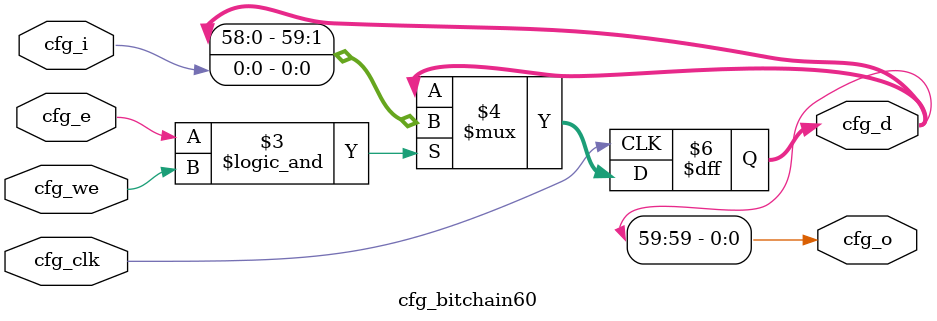
<source format=v>
module cfg_bitchain60 (
    input wire [0:0] cfg_clk,
    input wire [0:0] cfg_e,
    input wire [0:0] cfg_we,
    input wire [0:0] cfg_i,
    output reg [0:0] cfg_o,
    output reg [59:0] cfg_d
    );

    // combinational outputs
    always @* begin
        cfg_o = cfg_d[59];
    end

    always @(posedge cfg_clk) begin
        if (cfg_e && cfg_we) begin
            cfg_d <= {cfg_d, cfg_i};
        end
    end

endmodule

</source>
